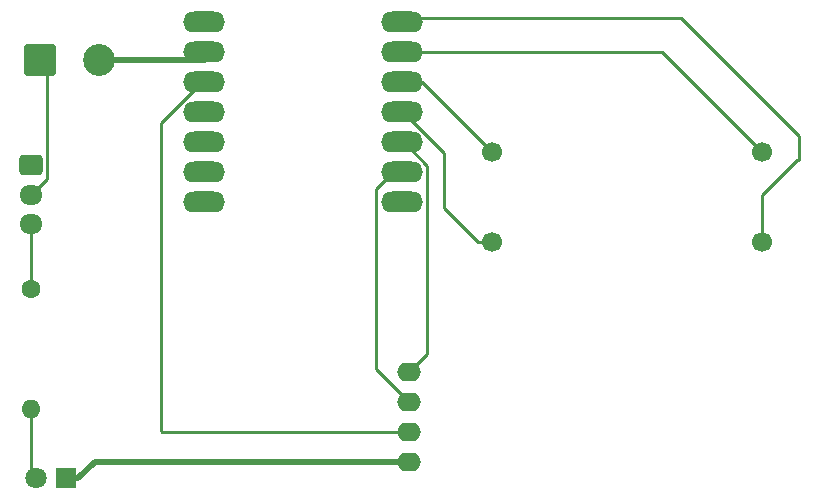
<source format=gbr>
%TF.GenerationSoftware,KiCad,Pcbnew,8.0.8*%
%TF.CreationDate,2025-02-08T15:21:21-08:00*%
%TF.ProjectId,PCB_Design,5043425f-4465-4736-9967-6e2e6b696361,V1.0*%
%TF.SameCoordinates,Original*%
%TF.FileFunction,Copper,L1,Top*%
%TF.FilePolarity,Positive*%
%FSLAX46Y46*%
G04 Gerber Fmt 4.6, Leading zero omitted, Abs format (unit mm)*
G04 Created by KiCad (PCBNEW 8.0.8) date 2025-02-08 15:21:21*
%MOMM*%
%LPD*%
G01*
G04 APERTURE LIST*
G04 Aperture macros list*
%AMRoundRect*
0 Rectangle with rounded corners*
0 $1 Rounding radius*
0 $2 $3 $4 $5 $6 $7 $8 $9 X,Y pos of 4 corners*
0 Add a 4 corners polygon primitive as box body*
4,1,4,$2,$3,$4,$5,$6,$7,$8,$9,$2,$3,0*
0 Add four circle primitives for the rounded corners*
1,1,$1+$1,$2,$3*
1,1,$1+$1,$4,$5*
1,1,$1+$1,$6,$7*
1,1,$1+$1,$8,$9*
0 Add four rect primitives between the rounded corners*
20,1,$1+$1,$2,$3,$4,$5,0*
20,1,$1+$1,$4,$5,$6,$7,0*
20,1,$1+$1,$6,$7,$8,$9,0*
20,1,$1+$1,$8,$9,$2,$3,0*%
G04 Aperture macros list end*
%TA.AperFunction,ComponentPad*%
%ADD10RoundRect,0.250001X-1.099999X-1.099999X1.099999X-1.099999X1.099999X1.099999X-1.099999X1.099999X0*%
%TD*%
%TA.AperFunction,ComponentPad*%
%ADD11C,2.700000*%
%TD*%
%TA.AperFunction,ComponentPad*%
%ADD12RoundRect,0.250000X-0.725000X0.600000X-0.725000X-0.600000X0.725000X-0.600000X0.725000X0.600000X0*%
%TD*%
%TA.AperFunction,ComponentPad*%
%ADD13O,1.950000X1.700000*%
%TD*%
%TA.AperFunction,ComponentPad*%
%ADD14C,1.600000*%
%TD*%
%TA.AperFunction,ComponentPad*%
%ADD15O,1.600000X1.600000*%
%TD*%
%TA.AperFunction,ComponentPad*%
%ADD16O,2.000000X1.600000*%
%TD*%
%TA.AperFunction,ComponentPad*%
%ADD17R,1.800000X1.800000*%
%TD*%
%TA.AperFunction,ComponentPad*%
%ADD18C,1.800000*%
%TD*%
%TA.AperFunction,ComponentPad*%
%ADD19O,3.556000X1.778000*%
%TD*%
%TA.AperFunction,ComponentPad*%
%ADD20C,1.700000*%
%TD*%
%TA.AperFunction,Conductor*%
%ADD21C,0.254000*%
%TD*%
%TA.AperFunction,Conductor*%
%ADD22C,0.500000*%
%TD*%
G04 APERTURE END LIST*
D10*
%TO.P,BT2,1,+*%
%TO.N,Net-(BT2-+)*%
X43722500Y-45550000D03*
D11*
%TO.P,BT2,2,-*%
%TO.N,GND*%
X48722500Y-45550000D03*
%TD*%
D12*
%TO.P,SW1,1,A*%
%TO.N,unconnected-(SW1-A-Pad1)*%
X43000000Y-54500000D03*
D13*
%TO.P,SW1,2,B*%
%TO.N,Net-(BT2-+)*%
X43000000Y-57000000D03*
%TO.P,SW1,3,C*%
%TO.N,Net-(Brd1-VCC)*%
X43000000Y-59500000D03*
%TD*%
D14*
%TO.P,R1,1*%
%TO.N,Net-(Brd1-VCC)*%
X43000000Y-64920000D03*
D15*
%TO.P,R1,2*%
%TO.N,Net-(D1-A)*%
X43000000Y-75080000D03*
%TD*%
D16*
%TO.P,Brd1,1,GND*%
%TO.N,GND*%
X75000000Y-79620000D03*
%TO.P,Brd1,2,VCC*%
%TO.N,Net-(Brd1-VCC)*%
X75000000Y-77080000D03*
%TO.P,Brd1,3,SCL*%
%TO.N,Net-(Brd1-SCL)*%
X75000000Y-74540000D03*
%TO.P,Brd1,4,SDA*%
%TO.N,Net-(Brd1-SDA)*%
X75000000Y-72000000D03*
%TD*%
D17*
%TO.P,D1,1,K*%
%TO.N,GND*%
X46000000Y-81000000D03*
D18*
%TO.P,D1,2,A*%
%TO.N,Net-(D1-A)*%
X43460000Y-81000000D03*
%TD*%
D19*
%TO.P,U1,1,GPIO1_A0_D0*%
%TO.N,Net-(U1-GPIO1_A0_D0)*%
X74382000Y-42380000D03*
%TO.P,U1,2,GPIO2_A1_D1*%
%TO.N,Net-(M1--)*%
X74382000Y-44920000D03*
%TO.P,U1,3,GPIO3_A2_D2*%
%TO.N,Net-(U1-GPIO3_A2_D2)*%
X74382000Y-47460000D03*
%TO.P,U1,4,GPIO4_A3_D3*%
%TO.N,Net-(U1-GPIO4_A3_D3)*%
X74382000Y-50000000D03*
%TO.P,U1,5,GPIO4_A3_D3_SDA*%
%TO.N,Net-(Brd1-SDA)*%
X74382000Y-52540000D03*
%TO.P,U1,6,GPIO6_A5_D5_SCL*%
%TO.N,Net-(Brd1-SCL)*%
X74382000Y-55080000D03*
%TO.P,U1,7,GPIO43_TX_D6*%
%TO.N,unconnected-(U1-GPIO43_TX_D6-Pad7)*%
X74382000Y-57620000D03*
%TO.P,U1,8,5V*%
%TO.N,unconnected-(U1-5V-Pad8)*%
X57618000Y-42380000D03*
%TO.P,U1,9,GND*%
%TO.N,GND*%
X57618000Y-44920000D03*
%TO.P,U1,10,3V3*%
%TO.N,Net-(Brd1-VCC)*%
X57618000Y-47460000D03*
%TO.P,U1,11,GPIO9_A10_D10_COPI*%
%TO.N,unconnected-(U1-GPIO9_A10_D10_COPI-Pad11)*%
X57618000Y-50000000D03*
%TO.P,U1,12,GPIO8_A9_D9_CIPO*%
%TO.N,unconnected-(U1-GPIO8_A9_D9_CIPO-Pad12)*%
X57618000Y-52540000D03*
%TO.P,U1,13,GPIO7_A8_D8_SCK*%
%TO.N,unconnected-(U1-GPIO7_A8_D8_SCK-Pad13)*%
X57618000Y-55080000D03*
%TO.P,U1,14,GPIO44_D7_RX*%
%TO.N,unconnected-(U1-GPIO44_D7_RX-Pad14)*%
X57618000Y-57620000D03*
%TD*%
D20*
%TO.P,M1,1*%
%TO.N,Net-(U1-GPIO1_A0_D0)*%
X104890000Y-60970000D03*
%TO.P,M1,2,-*%
%TO.N,Net-(M1--)*%
X104890000Y-53350000D03*
%TO.P,M1,3*%
%TO.N,Net-(U1-GPIO3_A2_D2)*%
X82030000Y-53350000D03*
%TO.P,M1,4*%
%TO.N,Net-(U1-GPIO4_A3_D3)*%
X82030000Y-60970000D03*
%TD*%
D21*
%TO.N,Net-(Brd1-SCL)*%
X72223000Y-71763000D02*
X72223000Y-56477000D01*
X75000000Y-74540000D02*
X72223000Y-71763000D01*
X72223000Y-56477000D02*
X73620000Y-55080000D01*
%TO.N,Net-(Brd1-VCC)*%
X54000000Y-77000000D02*
X54000000Y-50932949D01*
X75000000Y-77080000D02*
X54080000Y-77080000D01*
X54000000Y-50932949D02*
X57472949Y-47460000D01*
X57472949Y-47460000D02*
X58380000Y-47460000D01*
X54080000Y-77080000D02*
X54000000Y-77000000D01*
X43000000Y-59500000D02*
X43000000Y-64920000D01*
D22*
%TO.N,GND*%
X46000000Y-81000000D02*
X47000000Y-81000000D01*
X47000000Y-81000000D02*
X48380000Y-79620000D01*
X57750000Y-45550000D02*
X48722500Y-45550000D01*
X58380000Y-44920000D02*
X57750000Y-45550000D01*
X48380000Y-79620000D02*
X75000000Y-79620000D01*
D21*
%TO.N,Net-(Brd1-SDA)*%
X75000000Y-72000000D02*
X76541000Y-70459000D01*
X74540000Y-52540000D02*
X73620000Y-52540000D01*
X76541000Y-70459000D02*
X76541000Y-54541000D01*
X76541000Y-54541000D02*
X74540000Y-52540000D01*
%TO.N,Net-(BT2-+)*%
X44356000Y-46183500D02*
X44356000Y-55644000D01*
X43722500Y-45550000D02*
X44356000Y-46183500D01*
X44356000Y-55644000D02*
X43000000Y-57000000D01*
%TO.N,Net-(D1-A)*%
X43000000Y-75080000D02*
X43000000Y-80540000D01*
X43000000Y-80540000D02*
X43460000Y-81000000D01*
%TO.N,Net-(U1-GPIO3_A2_D2)*%
X76140000Y-47460000D02*
X73620000Y-47460000D01*
X82030000Y-53350000D02*
X76140000Y-47460000D01*
%TO.N,Net-(U1-GPIO1_A0_D0)*%
X98000000Y-42000000D02*
X74000000Y-42000000D01*
X104890000Y-56985361D02*
X107875361Y-54000000D01*
X108000000Y-54000000D02*
X108000000Y-52000000D01*
X104890000Y-60970000D02*
X104890000Y-56985361D01*
X74000000Y-42000000D02*
X73620000Y-42380000D01*
X108000000Y-52000000D02*
X98000000Y-42000000D01*
X107875361Y-54000000D02*
X108000000Y-54000000D01*
%TO.N,Net-(M1--)*%
X96460000Y-44920000D02*
X73620000Y-44920000D01*
X104890000Y-53350000D02*
X96460000Y-44920000D01*
%TO.N,Net-(U1-GPIO4_A3_D3)*%
X82030000Y-60970000D02*
X80827919Y-60970000D01*
X78000000Y-58142081D02*
X78000000Y-53472949D01*
X80827919Y-60970000D02*
X78000000Y-58142081D01*
X74527051Y-50000000D02*
X73620000Y-50000000D01*
X78000000Y-53472949D02*
X74527051Y-50000000D01*
%TD*%
M02*

</source>
